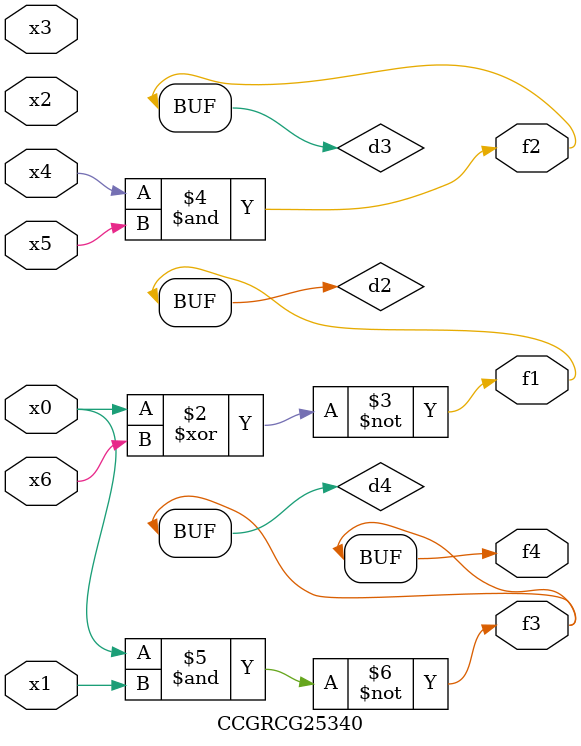
<source format=v>
module CCGRCG25340(
	input x0, x1, x2, x3, x4, x5, x6,
	output f1, f2, f3, f4
);

	wire d1, d2, d3, d4;

	nor (d1, x0);
	xnor (d2, x0, x6);
	and (d3, x4, x5);
	nand (d4, x0, x1);
	assign f1 = d2;
	assign f2 = d3;
	assign f3 = d4;
	assign f4 = d4;
endmodule

</source>
